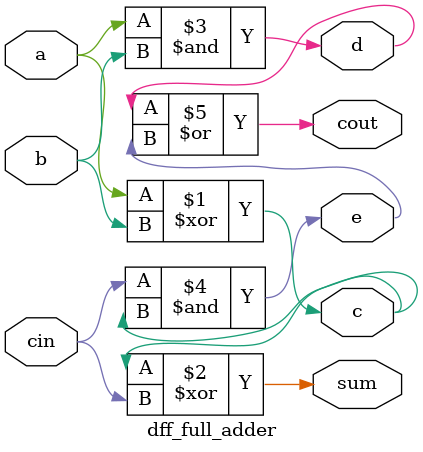
<source format=v>
module dff_full_adder(a, b, c, d, e, cin, cout, sum);

    input a, b, cin;
    output c, d, e, sum, cout;

    assign c = a ^ b;         //C = A xor B
    assign sum = c ^ cin;     //Sum = Cin xor C
    assign d = a & b;         //D = A and B
    assign e = cin & c;       //E = (A xor B) and Cin
    assign cout = d | e;       //Cout = ((A and B) or ((A xor B) and Cin))
endmodule
// module dff_full_adder(
//     input wire clk,
//     input wire a,
//     input wire b,
//     input wire cin,
//     output reg sum,
//     output reg cout
// );

//     always @(posedge clk) begin
//         {cout, sum} <= a + b + cin;
//     end

// endmodule

// module top_module;
//     reg clk;
//     reg a, b, cin;
//     wire sum, cout;

//     // Instantiate the full adder module
//     full_adder uut (
//         .clk(clk),
//         .a(a),
//         .b(b),
//         .cin(cin),
//         .sum(sum),
//         .cout(cout)
//     );

//     // Clock generation
//     always begin
//         #5 clk = ~clk; // Toggle every 5 time units
//     end

//     // Testbench stimulus
//     initial begin
//         clk = 0;
//         a = 1;
//         b = 1;
//         cin = 0;

//         // Monitor outputs
//         $monitor("Time=%0t a=%b b=%b cin=%b sum=%b cout=%b", $time, a, b, cin, sum, cout);

//         // Apply stimulus
//         #10 a = 0;
//         #10 b = 0;
//         #10 cin = 1;
//         //#10 $finish;
//     end

//endmodule

</source>
